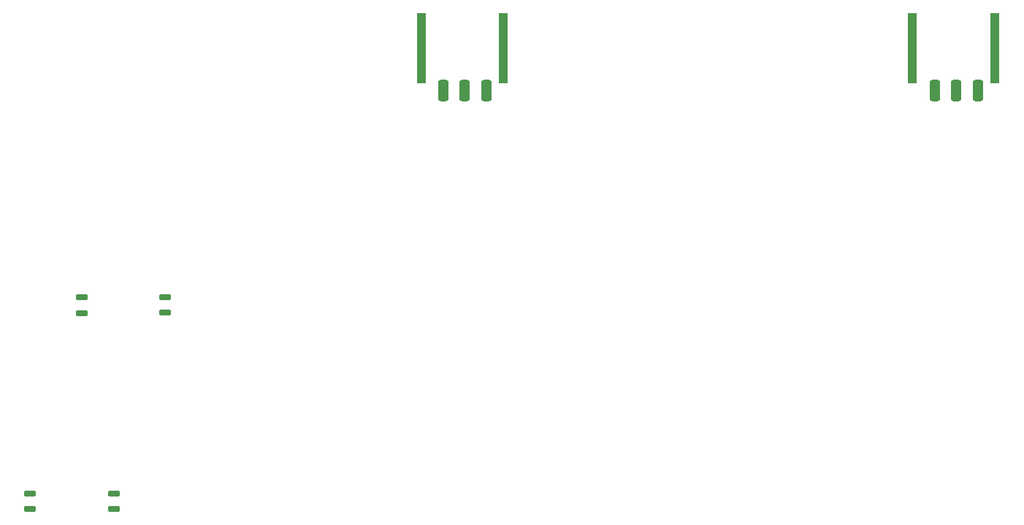
<source format=gbr>
%TF.GenerationSoftware,KiCad,Pcbnew,7.0.7*%
%TF.CreationDate,2024-04-13T02:06:32+02:00*%
%TF.ProjectId,smps_legged_robot,736d7073-5f6c-4656-9767-65645f726f62,1.0*%
%TF.SameCoordinates,PX7026f0PY568bc30*%
%TF.FileFunction,Paste,Bot*%
%TF.FilePolarity,Positive*%
%FSLAX46Y46*%
G04 Gerber Fmt 4.6, Leading zero omitted, Abs format (unit mm)*
G04 Created by KiCad (PCBNEW 7.0.7) date 2024-04-13 02:06:32*
%MOMM*%
%LPD*%
G01*
G04 APERTURE LIST*
G04 Aperture macros list*
%AMRoundRect*
0 Rectangle with rounded corners*
0 $1 Rounding radius*
0 $2 $3 $4 $5 $6 $7 $8 $9 X,Y pos of 4 corners*
0 Add a 4 corners polygon primitive as box body*
4,1,4,$2,$3,$4,$5,$6,$7,$8,$9,$2,$3,0*
0 Add four circle primitives for the rounded corners*
1,1,$1+$1,$2,$3*
1,1,$1+$1,$4,$5*
1,1,$1+$1,$6,$7*
1,1,$1+$1,$8,$9*
0 Add four rect primitives between the rounded corners*
20,1,$1+$1,$2,$3,$4,$5,0*
20,1,$1+$1,$4,$5,$6,$7,0*
20,1,$1+$1,$6,$7,$8,$9,0*
20,1,$1+$1,$8,$9,$2,$3,0*%
G04 Aperture macros list end*
%ADD10RoundRect,0.310000X-0.310000X-0.940000X0.310000X-0.940000X0.310000X0.940000X-0.310000X0.940000X0*%
%ADD11RoundRect,0.275000X-0.275000X-3.825000X0.275000X-3.825000X0.275000X3.825000X-0.275000X3.825000X0*%
%ADD12RoundRect,0.187500X-0.462500X0.187500X-0.462500X-0.187500X0.462500X-0.187500X0.462500X0.187500X0*%
G04 APERTURE END LIST*
D10*
%TO.C,J1102*%
X117054999Y27160699D03*
X114554999Y27160699D03*
X112054999Y27160699D03*
D11*
X119024999Y32090699D03*
X109484999Y32090699D03*
%TD*%
D12*
%TO.C,R1602*%
X64150000Y-19600000D03*
X64150000Y-21400000D03*
%TD*%
%TO.C,R1604*%
X73850000Y-19600000D03*
X73850000Y-21400000D03*
%TD*%
D10*
%TO.C,J1105*%
X174020000Y27165000D03*
X171520000Y27165000D03*
X169020000Y27165000D03*
D11*
X175990000Y32095000D03*
X166450000Y32095000D03*
%TD*%
D12*
%TO.C,R1603*%
X79850000Y3200000D03*
X79850000Y1400000D03*
%TD*%
%TO.C,R1601*%
X70150000Y3150000D03*
X70150000Y1350000D03*
%TD*%
M02*

</source>
